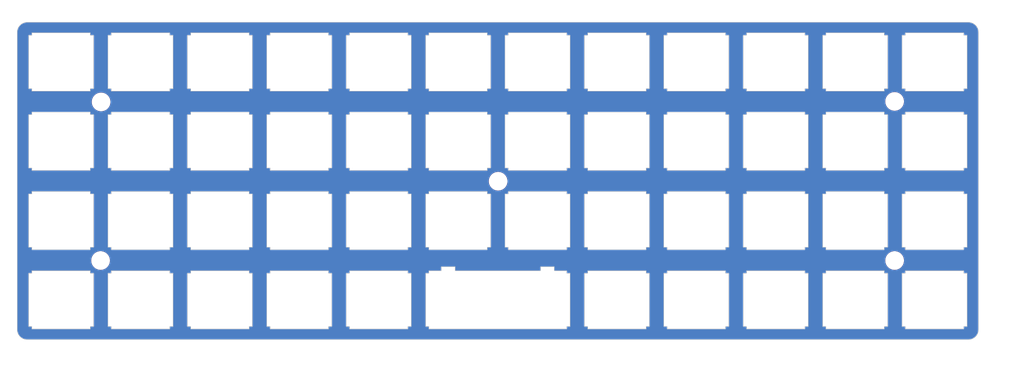
<source format=kicad_pcb>
(kicad_pcb (version 20221018) (generator pcbnew)
  (layers (0 "F.Cu" signal) (31 "B.Cu" signal) (34 "B.Paste" user) (35 "F.Paste" user) (36 "B.SilkS" user "B.Silkscreen") (37 "F.SilkS" user "F.Silkscreen") (38 "B.Mask" user) (39 "F.Mask" user) (44 "Edge.Cuts" user))
  (net 0 "")
  (net 1 "GND")
  (footprint "locallib:hole4mm" (layer "F.Cu") (at 56.007 86.36))
  (footprint "locallib:Outline" (layer "F.Cu") (at 151.003 105.41))
  (footprint "locallib:hole4mm" (layer "F.Cu") (at 55.88 124.46))
  (footprint "locallib:hole4mm" (layer "F.Cu") (at 151.257 105.41))
  (footprint "locallib:hole4mm" (layer "F.Cu") (at 246.38 86.233))
  (footprint "locallib:hole4mm" (layer "F.Cu") (at 246.38 124.46))
  (zone (net 1) (net_name "GND") (layer "F.Cu") (connect_pads yes (clearance 0.381)) (min_thickness 0.254) (fill yes (thermal_gap 0.508) (thermal_bridge_width 0.508))
    (polygon (pts (xy 31.75 63.5) (xy 269.875 63.5) (xy 269.875 150.8125) (xy 31.75 150.8125)))
  )
  (zone (net 1) (net_name "GND") (layer "B.Cu") (connect_pads yes (clearance 0.381)) (min_thickness 0.254) (fill yes (thermal_gap 0.508) (thermal_bridge_width 0.508))
    (polygon (pts (xy 31.75 63.5) (xy 269.875 63.5) (xy 269.875 150.8125) (xy 31.75 150.8125)))
  )
)
</source>
